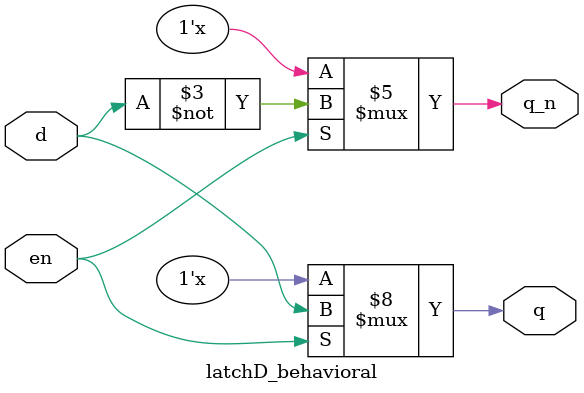
<source format=v>
module latchD_behavioral
(
    d,
    en,
    q,
    q_n
);
    input d;
    input en;
    output reg q;
    output reg q_n;

    always @ (en or d) begin
      if(en == 1) begin
        q = d;
        q_n = ~d;
      end
      else begin
        q = q;
        q_n = q_n;
      end
    end

endmodule // latchD

</source>
